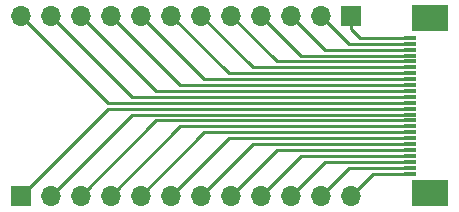
<source format=gbr>
G04 #@! TF.GenerationSoftware,KiCad,Pcbnew,(5.1.5)-3*
G04 #@! TF.CreationDate,2020-06-05T16:26:23+02:00*
G04 #@! TF.ProjectId,FFC_24Pin_P0.5mm_Breakout,4646435f-3234-4506-996e-5f50302e356d,rev?*
G04 #@! TF.SameCoordinates,Original*
G04 #@! TF.FileFunction,Copper,L1,Top*
G04 #@! TF.FilePolarity,Positive*
%FSLAX46Y46*%
G04 Gerber Fmt 4.6, Leading zero omitted, Abs format (unit mm)*
G04 Created by KiCad (PCBNEW (5.1.5)-3) date 2020-06-05 16:26:23*
%MOMM*%
%LPD*%
G04 APERTURE LIST*
%ADD10O,1.700000X1.700000*%
%ADD11R,1.700000X1.700000*%
%ADD12R,3.100000X2.300000*%
%ADD13R,1.100000X0.300000*%
%ADD14C,0.250000*%
G04 APERTURE END LIST*
D10*
X91440000Y-78740000D03*
X93980000Y-78740000D03*
X96520000Y-78740000D03*
X99060000Y-78740000D03*
X101600000Y-78740000D03*
X104140000Y-78740000D03*
X106680000Y-78740000D03*
X109220000Y-78740000D03*
X111760000Y-78740000D03*
X114300000Y-78740000D03*
X116840000Y-78740000D03*
D11*
X119380000Y-78740000D03*
D10*
X119380000Y-93980000D03*
X116840000Y-93980000D03*
X114300000Y-93980000D03*
X111760000Y-93980000D03*
X109220000Y-93980000D03*
X106680000Y-93980000D03*
X104140000Y-93980000D03*
X101600000Y-93980000D03*
X99060000Y-93980000D03*
X96520000Y-93980000D03*
X93980000Y-93980000D03*
D11*
X91440000Y-93980000D03*
D12*
X126080000Y-78940000D03*
X126080000Y-93780000D03*
D13*
X124380000Y-80610000D03*
X124380000Y-81110000D03*
X124380000Y-81610000D03*
X124380000Y-82110000D03*
X124380000Y-82610000D03*
X124380000Y-83110000D03*
X124380000Y-83610000D03*
X124380000Y-84110000D03*
X124380000Y-84610000D03*
X124380000Y-85110000D03*
X124380000Y-85610000D03*
X124380000Y-86110000D03*
X124380000Y-86610000D03*
X124380000Y-87110000D03*
X124380000Y-87610000D03*
X124380000Y-88110000D03*
X124380000Y-88610000D03*
X124380000Y-89110000D03*
X124380000Y-89610000D03*
X124380000Y-90110000D03*
X124380000Y-90610000D03*
X124380000Y-91110000D03*
X124380000Y-91610000D03*
X124380000Y-92110000D03*
D14*
X119380000Y-79840000D02*
X119380000Y-78740000D01*
X120150000Y-80610000D02*
X119380000Y-79840000D01*
X124380000Y-80610000D02*
X120150000Y-80610000D01*
X119210000Y-81110000D02*
X116840000Y-78740000D01*
X124380000Y-81110000D02*
X119210000Y-81110000D01*
X117170000Y-81610000D02*
X114300000Y-78740000D01*
X124380000Y-81610000D02*
X117170000Y-81610000D01*
X115130000Y-82110000D02*
X111760000Y-78740000D01*
X124380000Y-82110000D02*
X115130000Y-82110000D01*
X113090000Y-82610000D02*
X109220000Y-78740000D01*
X124380000Y-82610000D02*
X113090000Y-82610000D01*
X111050000Y-83110000D02*
X106680000Y-78740000D01*
X124380000Y-83110000D02*
X111050000Y-83110000D01*
X109010000Y-83610000D02*
X104140000Y-78740000D01*
X124380000Y-83610000D02*
X109010000Y-83610000D01*
X106970000Y-84110000D02*
X101600000Y-78740000D01*
X124380000Y-84110000D02*
X106970000Y-84110000D01*
X104930000Y-84610000D02*
X99060000Y-78740000D01*
X124380000Y-84610000D02*
X104930000Y-84610000D01*
X102890000Y-85110000D02*
X96520000Y-78740000D01*
X124380000Y-85110000D02*
X102890000Y-85110000D01*
X100850000Y-85610000D02*
X93980000Y-78740000D01*
X124380000Y-85610000D02*
X100850000Y-85610000D01*
X98810000Y-86110000D02*
X91440000Y-78740000D01*
X124380000Y-86110000D02*
X98810000Y-86110000D01*
X124380000Y-86610000D02*
X98810000Y-86610000D01*
X98810000Y-86610000D02*
X91440000Y-93980000D01*
X100850000Y-87110000D02*
X93980000Y-93980000D01*
X124380000Y-87110000D02*
X100850000Y-87110000D01*
X102890000Y-87610000D02*
X96520000Y-93980000D01*
X124380000Y-87610000D02*
X102890000Y-87610000D01*
X104930000Y-88110000D02*
X99060000Y-93980000D01*
X124380000Y-88110000D02*
X104930000Y-88110000D01*
X106970000Y-88610000D02*
X101600000Y-93980000D01*
X124380000Y-88610000D02*
X106970000Y-88610000D01*
X109010000Y-89110000D02*
X104140000Y-93980000D01*
X124380000Y-89110000D02*
X109010000Y-89110000D01*
X111050000Y-89610000D02*
X106680000Y-93980000D01*
X124380000Y-89610000D02*
X111050000Y-89610000D01*
X113090000Y-90110000D02*
X109220000Y-93980000D01*
X124380000Y-90110000D02*
X113090000Y-90110000D01*
X115130000Y-90610000D02*
X111760000Y-93980000D01*
X124380000Y-90610000D02*
X115130000Y-90610000D01*
X117170000Y-91110000D02*
X114300000Y-93980000D01*
X124380000Y-91110000D02*
X117170000Y-91110000D01*
X119210000Y-91610000D02*
X116840000Y-93980000D01*
X124380000Y-91610000D02*
X119210000Y-91610000D01*
X121250000Y-92110000D02*
X119380000Y-93980000D01*
X124380000Y-92110000D02*
X121250000Y-92110000D01*
M02*

</source>
